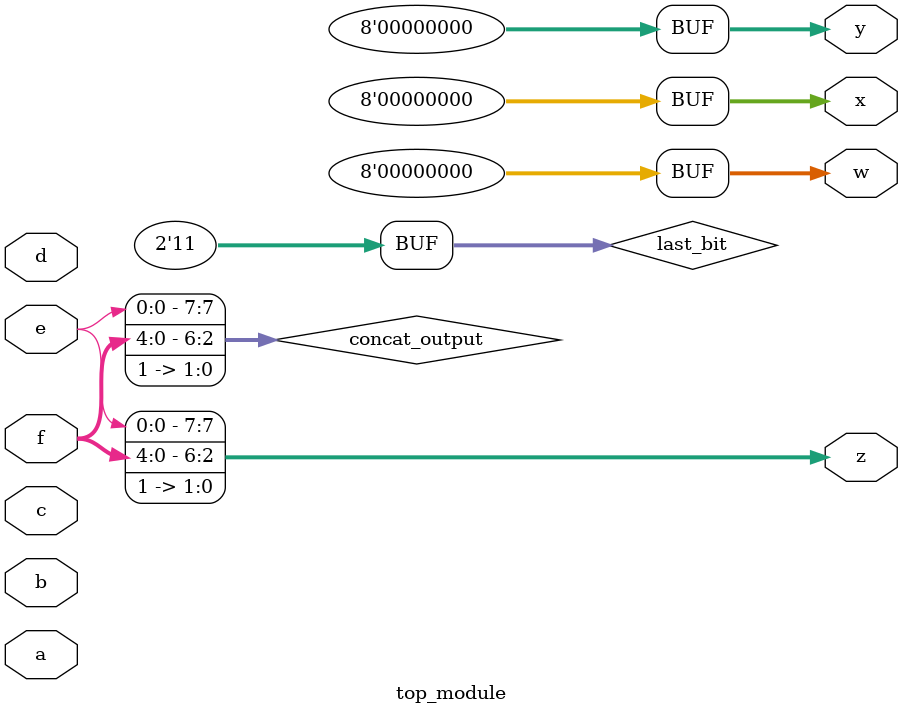
<source format=sv>
module top_module (
    input [4:0] a,
    input [4:0] b,
    input [4:0] c,
    input [4:0] d,
    input [4:0] e,
    input [4:0] f,
    output [7:0] w,
    output [7:0] x,
    output [7:0] y,
    output [7:0] z
);
    wire [7:0] concat_output;
    wire [1:0] last_bit = 2'b11;

    assign concat_output = {a, b, c, d, e, f, last_bit};

    assign {w, x, y, z} = concat_output;

endmodule

</source>
